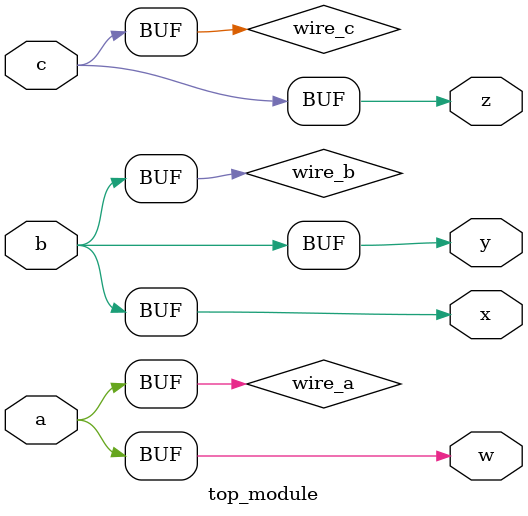
<source format=sv>
module top_module (
	input a,
	input b,
	input c,
	output w,
	output x,
	output y,
	output z  );

	wire wire_a;
	wire wire_b;
	wire wire_c;

	assign wire_a = a;
	assign wire_b = b;
	assign wire_c = c;

	assign w = wire_a;
	assign x = wire_b;
	assign y = wire_b;
	assign z = wire_c;
endmodule

</source>
